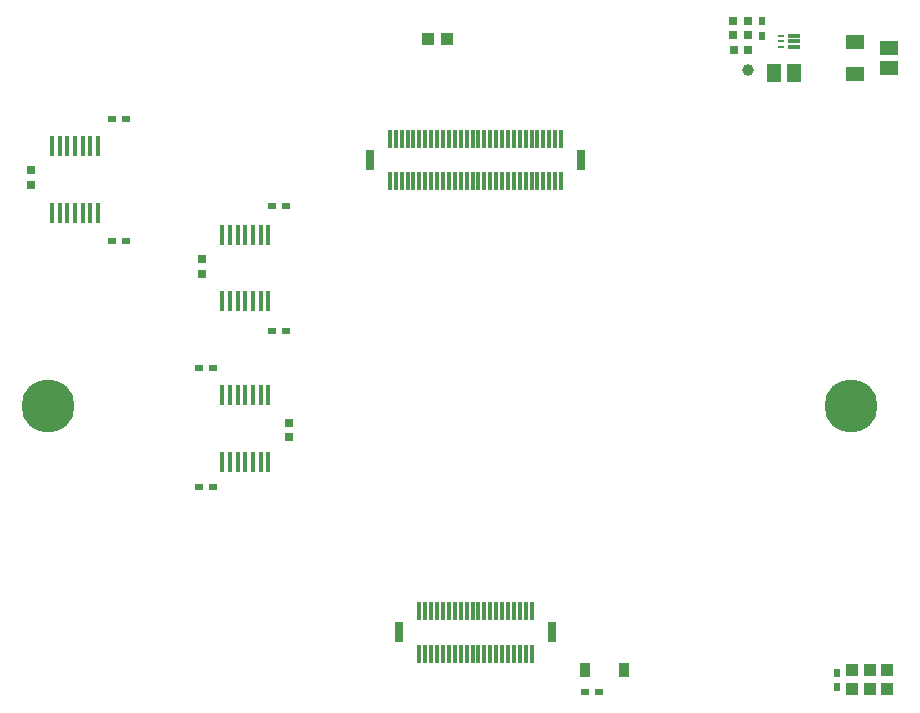
<source format=gbr>
G04 Layer_Color=255*
%FSLAX45Y45*%
%MOMM*%
%TF.FileFunction,Pads,Bot*%
%TF.Part,Single*%
G01*
G75*
%TA.AperFunction,SMDPad,CuDef*%
%ADD13R,0.80000X0.60000*%
%ADD14C,1.00000*%
%TA.AperFunction,ViaPad*%
%ADD19C,4.50000*%
%TA.AperFunction,SMDPad,CuDef*%
%ADD22R,0.35560X1.67640*%
%ADD23R,0.95000X1.22000*%
%ADD24R,0.70000X0.80000*%
%ADD25R,1.50000X1.20000*%
%TA.AperFunction,SMDPad,SMDef*%
%ADD26R,1.10000X0.30000*%
%TA.AperFunction,SMDPad,CuDef*%
%ADD27R,0.60000X0.25000*%
%ADD28R,0.30000X1.60000*%
%ADD29R,0.80000X1.80000*%
%ADD30R,1.30000X1.50000*%
%ADD31R,1.00000X1.00000*%
%ADD32R,0.60000X0.80000*%
%TA.AperFunction,ConnectorPad*%
%ADD33R,0.80000X0.60000*%
%TA.AperFunction,SMDPad,CuDef*%
%ADD34R,1.00000X1.00000*%
%ADD35R,0.80000X0.70000*%
%ADD36R,1.50000X1.30000*%
D13*
X-1641812Y1080400D02*
D03*
X-1761812Y1080400D02*
D03*
X-1641812Y2083700D02*
D03*
X-1761812Y2083700D02*
D03*
X-1145879Y3459110D02*
D03*
X-1025879Y3459110D02*
D03*
X-1145879Y2399900D02*
D03*
X-1025879D02*
D03*
X1630200Y-659500D02*
D03*
X1510200D02*
D03*
D14*
X2887500Y4611000D02*
D03*
D19*
X3760000Y1765000D02*
D03*
X-3035000D02*
D03*
D22*
X-1174300Y2652660D02*
D03*
X-1239300D02*
D03*
X-1304300D02*
D03*
X-1369300Y2652660D02*
D03*
X-1434300Y2652660D02*
D03*
X-1499300D02*
D03*
X-1564300D02*
D03*
Y3216540D02*
D03*
X-1499300D02*
D03*
X-1434300D02*
D03*
X-1369300Y3216540D02*
D03*
X-1304300Y3216540D02*
D03*
X-1239300D02*
D03*
X-1174300D02*
D03*
X-1564300Y1856040D02*
D03*
X-1499300D02*
D03*
X-1434300D02*
D03*
X-1369300Y1856040D02*
D03*
X-1304300Y1856040D02*
D03*
X-1239300D02*
D03*
X-1174300D02*
D03*
Y1292160D02*
D03*
X-1239300D02*
D03*
X-1304300D02*
D03*
X-1369300Y1292160D02*
D03*
X-1434300Y1292160D02*
D03*
X-1499300D02*
D03*
X-1564300D02*
D03*
X-2616300Y3401960D02*
D03*
X-2681300D02*
D03*
X-2746300D02*
D03*
X-2811300Y3401960D02*
D03*
X-2876300Y3401960D02*
D03*
X-2941300D02*
D03*
X-3006300D02*
D03*
Y3965840D02*
D03*
X-2941300D02*
D03*
X-2876300D02*
D03*
X-2811300Y3965840D02*
D03*
X-2746300Y3965840D02*
D03*
X-2681300D02*
D03*
X-2616300D02*
D03*
D23*
X1835300Y-469000D02*
D03*
X1508300D02*
D03*
D24*
X2891000Y5023100D02*
D03*
Y4903100D02*
D03*
X-995200Y1501400D02*
D03*
Y1621400D02*
D03*
X-3179600Y3759900D02*
D03*
Y3639900D02*
D03*
X-1731800Y3007300D02*
D03*
X-1731800Y2887300D02*
D03*
X2764000Y4903100D02*
D03*
Y5023100D02*
D03*
D25*
X3792700Y4577600D02*
D03*
Y4847600D02*
D03*
D26*
X3278820Y4802300D02*
D03*
Y4852300D02*
D03*
Y4902300D02*
D03*
D27*
X3168820D02*
D03*
Y4852300D02*
D03*
Y4802300D02*
D03*
D28*
X1304950Y4030000D02*
D03*
X1254950D02*
D03*
X1204950D02*
D03*
X1154950D02*
D03*
X1104950D02*
D03*
X1054950D02*
D03*
X1004950D02*
D03*
X954950D02*
D03*
X804950D02*
D03*
X754950D02*
D03*
X704950D02*
D03*
X654950D02*
D03*
X604950D02*
D03*
X554950D02*
D03*
X404950D02*
D03*
X354950D02*
D03*
X304950D02*
D03*
X254950D02*
D03*
X204950D02*
D03*
X154950D02*
D03*
X104950D02*
D03*
X54950D02*
D03*
X4950D02*
D03*
X-45050D02*
D03*
X-95050D02*
D03*
X1304950Y3670000D02*
D03*
X1254950D02*
D03*
X1204950D02*
D03*
X1154950D02*
D03*
X1104950D02*
D03*
X1054950D02*
D03*
X1004950D02*
D03*
X954950D02*
D03*
X904950D02*
D03*
X854950D02*
D03*
X804950D02*
D03*
X754950D02*
D03*
X704950D02*
D03*
X654950D02*
D03*
X604950D02*
D03*
X554950D02*
D03*
X504950D02*
D03*
X454950D02*
D03*
X404950D02*
D03*
X354950D02*
D03*
X304950D02*
D03*
X254950D02*
D03*
X204950D02*
D03*
X154950D02*
D03*
X104950D02*
D03*
X54950D02*
D03*
X4950D02*
D03*
X-45050D02*
D03*
X-95050D02*
D03*
X-145050D02*
D03*
Y4030000D02*
D03*
X904950D02*
D03*
X854950D02*
D03*
X504950D02*
D03*
X454950D02*
D03*
X105000Y30000D02*
D03*
Y-330000D02*
D03*
X155000D02*
D03*
X205000D02*
D03*
X255000D02*
D03*
X305000D02*
D03*
X355000D02*
D03*
X405000D02*
D03*
X455000D02*
D03*
X505000D02*
D03*
X555000D02*
D03*
X605000D02*
D03*
X655000D02*
D03*
X705000D02*
D03*
X755000D02*
D03*
X805000D02*
D03*
X855000D02*
D03*
X905000D02*
D03*
X955000D02*
D03*
X1005000D02*
D03*
X1055000D02*
D03*
X155000Y30000D02*
D03*
X205000D02*
D03*
X255000D02*
D03*
X305000D02*
D03*
X355000D02*
D03*
X405000D02*
D03*
X455000D02*
D03*
X505000D02*
D03*
X555000D02*
D03*
X605000D02*
D03*
X655000D02*
D03*
X705000D02*
D03*
X755000D02*
D03*
X805000D02*
D03*
X855000D02*
D03*
X905000D02*
D03*
X955000D02*
D03*
X1005000D02*
D03*
X1055000D02*
D03*
D29*
X-315050Y3850000D02*
D03*
X1474950D02*
D03*
X1225000Y-150000D02*
D03*
X-65000D02*
D03*
D30*
X3110800Y4585600D02*
D03*
X3280800D02*
D03*
D31*
X3767300Y-632240D02*
D03*
Y-472240D02*
D03*
X4068319Y-632240D02*
D03*
X4068319Y-472240D02*
D03*
X3919700Y-632240D02*
D03*
Y-472240D02*
D03*
D32*
X3640300Y-612240D02*
D03*
Y-492240D02*
D03*
X3005300Y4902300D02*
D03*
Y5022300D02*
D03*
D33*
X-2500300Y4199900D02*
D03*
X-2380300Y4199900D02*
D03*
X-2500300Y3163200D02*
D03*
X-2380300Y3163200D02*
D03*
D34*
X334950Y4873088D02*
D03*
X174950D02*
D03*
D35*
X2887500Y4776100D02*
D03*
X2767500D02*
D03*
D36*
X4084800Y4797600D02*
D03*
Y4627600D02*
D03*
%TF.MD5,62A78B699D6C23E136152A3B94A75A05*%
M02*

</source>
